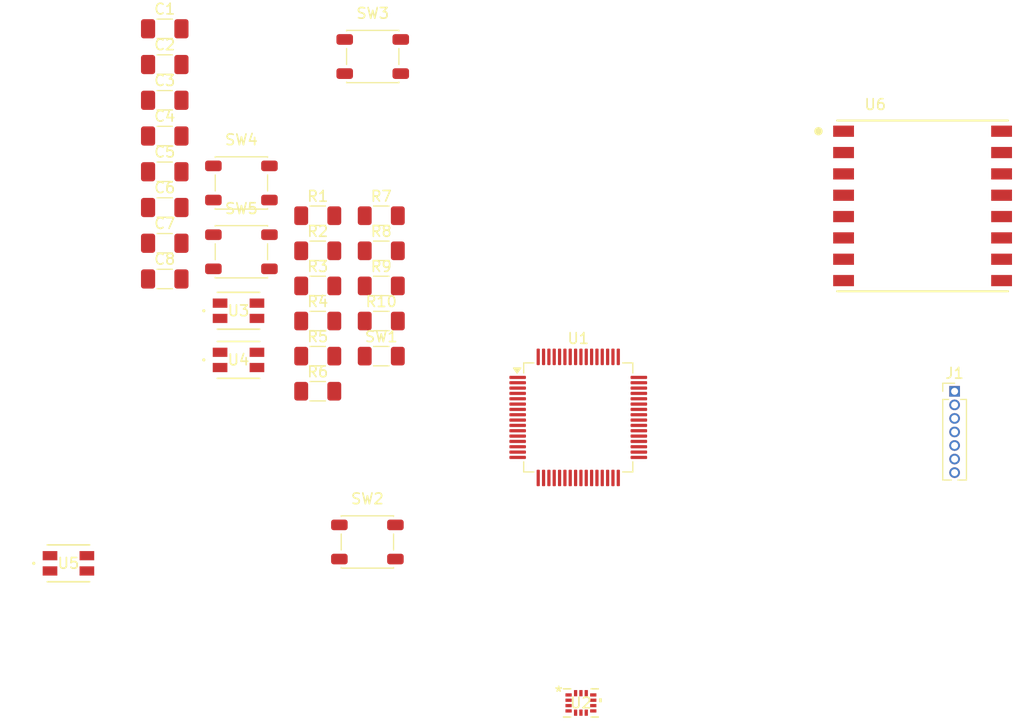
<source format=kicad_pcb>
(kicad_pcb (version 20240108) (generator "pcbnew") (generator_version "8.0")
  (layers (0 "F.Cu" signal) (31 "B.Cu" signal) (34 "B.Paste" user) (35 "F.Paste" user) (36 "B.SilkS" user "B.Silkscreen") (37 "F.SilkS" user "F.Silkscreen") (38 "B.Mask" user) (39 "F.Mask" user) (44 "Edge.Cuts" user))
  (net 0 "")
  (net 1 "GND")
  (net 2 "/MICRO_WAKEUP")
  (net 3 "/NRST")
  (net 4 "/3V3")
  (net 5 "/BUTTON1")
  (net 6 "/BUTTON2")
  (net 7 "/BUTTON3")
  (net 8 "/SWO")
  (net 9 "/SWCLK")
  (net 10 "/BOOTO")
  (net 11 "/SWDIO")
  (net 12 "Net-(R2-Pad2)")
  (net 13 "/LED2_BLUE")
  (net 14 "/LED2_RED")
  (net 15 "Net-(R3-Pad1)")
  (net 16 "Net-(R4-Pad1)")
  (net 17 "/LED2_GREEN")
  (net 18 "/LED1_RED")
  (net 19 "Net-(R5-Pad1)")
  (net 20 "/LED1_GREEN")
  (net 21 "Net-(R6-Pad1)")
  (net 22 "/LED1_BLUE")
  (net 23 "Net-(R7-Pad2)")
  (net 24 "Net-(R8-Pad2)")
  (net 25 "/LED3_BLUE")
  (net 26 "Net-(R9-Pad1)")
  (net 27 "/LED3_RED")
  (net 28 "/LED3_GREEN")
  (net 29 "Net-(R10-Pad1)")
  (net 35 "Net-(U1-VSS-Pad18)")
  (net 36 "/LORA_RST")
  (net 37 "/LORA_MOSI")
  (net 39 "/LORA_MISO")
  (net 40 "/LORA_CSB")
  (net 52 "/IMU_SCK")
  (net 60 "/IMU_CSB")
  (net 61 "/IMU_MOSI")
  (net 64 "/LORA_SCK")
  (net 70 "/IMU_MISO")
  (net 73 "/IMU_INT2")
  (net 76 "/IMU_INT1")
  (net 80 "/LORA_ANTENNA")
  (footprint "Button_Switch_SMD:SW_SPST_PTS647_Sx38" (layer "F.Cu") (at 100.2 85.35)
    (property "Reference" "SW4" (at 0 -4.05 0) (layer "F.SilkS"))
    (property "Value" "BUTTON2")
    (fp_line (start -2.45 -2.45) (end -2.45 -2.4) (stroke (width 0.12)) (layer "F.SilkS"))
    (fp_line (start -2.45 -2.45) (end 2.45 -2.45) (stroke (width 0.12)) (layer "F.SilkS"))
    (fp_line (start -2.45 -0.75) (end -2.45 0.75) (stroke (width 0.12)) (layer "F.SilkS"))
    (fp_line (start -2.45 2.45) (end -2.45 2.4) (stroke (width 0.12)) (layer "F.SilkS"))
    (fp_line (start -2.45 2.45) (end 2.45 2.45) (stroke (width 0.12)) (layer "F.SilkS"))
    (fp_line (start 2.45 -2.45) (end 2.45 -2.4) (stroke (width 0.12)) (layer "F.SilkS"))
    (fp_line (start 2.45 -0.75) (end 2.45 0.75) (stroke (width 0.12)) (layer "F.SilkS"))
    (fp_line (start 2.45 2.45) (end 2.45 2.4) (stroke (width 0.12)) (layer "F.SilkS"))
    (pad "1" smd roundrect (at -2.625 -1.6) (size 1.55 1) (layers "F.Cu" "F.Paste" "F.Mask") (net 4 "/3V3"))
    (pad "1" smd roundrect (at 2.625 -1.6) (size 1.55 1) (layers "F.Cu" "F.Paste" "F.Mask") (net 4 "/3V3"))
    (pad "2" smd roundrect (at -2.625 1.6) (size 1.55 1) (layers "F.Cu" "F.Paste" "F.Mask") (net 6 "/BUTTON2"))
    (pad "2" smd roundrect (at 2.625 1.6) (size 1.55 1) (layers "F.Cu" "F.Paste" "F.Mask") (net 6 "/BUTTON2"))
  )
  (footprint "Capacitor_SMD:C_1206_3216Metric_Pad1.33x1.80mm_HandSolder" (layer "F.Cu") (at 93.02 94.35)
    (property "Reference" "C8" (at 0 -1.85 0) (layer "F.SilkS"))
    (property "Value" "0.1uF")
    (fp_line (start -0.711252 -0.91) (end 0.711252 -0.91) (stroke (width 0.12)) (layer "F.SilkS"))
    (fp_line (start -0.711252 0.91) (end 0.711252 0.91) (stroke (width 0.12)) (layer "F.SilkS"))
    (pad "1" smd roundrect (at -1.5625 0) (size 1.325 1.8) (layers "F.Cu" "F.Paste" "F.Mask") (roundrect_rratio 0.188679) (net 1 "GND"))
    (pad "2" smd roundrect (at 1.5625 0) (size 1.325 1.8) (layers "F.Cu" "F.Paste" "F.Mask") (roundrect_rratio 0.188679) (net 4 "/3V3"))
  )
  (footprint "Resistor_SMD:R_1206_3216Metric_Pad1.30x1.75mm_HandSolder" (layer "F.Cu") (at 107.35 88.42)
    (property "Reference" "R1" (at 0 -1.82 0) (layer "F.SilkS"))
    (property "Value" "10k")
    (fp_line (start -0.727064 -0.91) (end 0.727064 -0.91) (stroke (width 0.12)) (layer "F.SilkS"))
    (fp_line (start -0.727064 0.91) (end 0.727064 0.91) (stroke (width 0.12)) (layer "F.SilkS"))
    (pad "1" smd roundrect (at -1.55 0) (size 1.3 1.75) (layers "F.Cu" "F.Paste" "F.Mask") (roundrect_rratio 0.192308) (net 2 "/MICRO_WAKEUP"))
    (pad "2" smd roundrect (at 1.55 0) (size 1.3 1.75) (layers "F.Cu" "F.Paste" "F.Mask") (roundrect_rratio 0.192308) (net 1 "GND"))
  )
  (footprint "Connector_PinHeader_1.27mm:PinHeader_1x07_P1.27mm_Vertical" (layer "F.Cu") (at 167 104.88)
    (property "Reference" "J1" (at 0 -1.695 0) (layer "F.SilkS"))
    (property "Value" "Conn_01x07_Pin")
    (fp_line (start -1.11 -0.76) (end 0 -0.76) (stroke (width 0.12)) (layer "F.SilkS"))
    (fp_line (start -1.11 0) (end -1.11 -0.76) (stroke (width 0.12)) (layer "F.SilkS"))
    (fp_line (start -1.11 0.76) (end -1.11 8.315) (stroke (width 0.12)) (layer "F.SilkS"))
    (fp_line (start -1.11 0.76) (end -0.563471 0.76) (stroke (width 0.12)) (layer "F.SilkS"))
    (fp_line (start -1.11 8.315) (end -0.30753 8.315) (stroke (width 0.12)) (layer "F.SilkS"))
    (fp_line (start 0.30753 8.315) (end 1.11 8.315) (stroke (width 0.12)) (layer "F.SilkS"))
    (fp_line (start 0.563471 0.76) (end 1.11 0.76) (stroke (width 0.12)) (layer "F.SilkS"))
    (fp_line (start 1.11 0.76) (end 1.11 8.315) (stroke (width 0.12)) (layer "F.SilkS"))
    (pad "1" thru_hole rect (at 0 0) (size 1 1) (drill 0.65) (layers "*.Cu" "*.Mask") (net 4 "/3V3"))
    (pad "2" thru_hole oval (at 0 1.27) (size 1 1) (drill 0.65) (layers "*.Cu" "*.Mask") (net 11 "/SWDIO"))
    (pad "3" thru_hole oval (at 0 2.54) (size 1 1) (drill 0.65) (layers "*.Cu" "*.Mask") (net 9 "/SWCLK"))
    (pad "4" thru_hole oval (at 0 3.81) (size 1 1) (drill 0.65) (layers "*.Cu" "*.Mask") (net 8 "/SWO"))
    (pad "5" thru_hole oval (at 0 5.08) (size 1 1) (drill 0.65) (layers "*.Cu" "*.Mask") (net 3 "/NRST"))
    (pad "6" thru_hole oval (at 0 6.35) (size 1 1) (drill 0.65) (layers "*.Cu" "*.Mask") (net 10 "/BOOTO"))
    (pad "7" thru_hole oval (at 0 7.62) (size 1 1) (drill 0.65) (layers "*.Cu" "*.Mask") (net 1 "GND"))
  )
  (footprint "Capacitor_SMD:C_1206_3216Metric_Pad1.33x1.80mm_HandSolder" (layer "F.Cu") (at 93.02 77.6)
    (property "Reference" "C3" (at 0 -1.85 0) (layer "F.SilkS"))
    (property "Value" "0.1uF")
    (fp_line (start -0.711252 -0.91) (end 0.711252 -0.91) (stroke (width 0.12)) (layer "F.SilkS"))
    (fp_line (start -0.711252 0.91) (end 0.711252 0.91) (stroke (width 0.12)) (layer "F.SilkS"))
    (pad "1" smd roundrect (at -1.5625 0) (size 1.325 1.8) (layers "F.Cu" "F.Paste" "F.Mask") (roundrect_rratio 0.188679) (net 1 "GND"))
    (pad "2" smd roundrect (at 1.5625 0) (size 1.325 1.8) (layers "F.Cu" "F.Paste" "F.Mask") (roundrect_rratio 0.188679) (net 4 "/3V3"))
  )
  (footprint "Resistor_SMD:R_1206_3216Metric_Pad1.30x1.75mm_HandSolder" (layer "F.Cu") (at 107.35 91.71)
    (property "Reference" "R2" (at 0 -1.82 0) (layer "F.SilkS"))
    (property "Value" "60Ω")
    (fp_line (start -0.727064 -0.91) (end 0.727064 -0.91) (stroke (width 0.12)) (layer "F.SilkS"))
    (fp_line (start -0.727064 0.91) (end 0.727064 0.91) (stroke (width 0.12)) (layer "F.SilkS"))
    (pad "1" smd roundrect (at -1.55 0) (size 1.3 1.75) (layers "F.Cu" "F.Paste" "F.Mask") (roundrect_rratio 0.192308) (net 13 "/LED2_BLUE"))
    (pad "2" smd roundrect (at 1.55 0) (size 1.3 1.75) (layers "F.Cu" "F.Paste" "F.Mask") (roundrect_rratio 0.192308) (net 12 "Net-(R2-Pad2)"))
  )
  (footprint "Capacitor_SMD:C_1206_3216Metric_Pad1.33x1.80mm_HandSolder" (layer "F.Cu") (at 93.02 91)
    (property "Reference" "C7" (at 0 -1.85 0) (layer "F.SilkS"))
    (property "Value" "0.1uF")
    (fp_line (start -0.711252 -0.91) (end 0.711252 -0.91) (stroke (width 0.12)) (layer "F.SilkS"))
    (fp_line (start -0.711252 0.91) (end 0.711252 0.91) (stroke (width 0.12)) (layer "F.SilkS"))
    (pad "1" smd roundrect (at -1.5625 0) (size 1.325 1.8) (layers "F.Cu" "F.Paste" "F.Mask") (roundrect_rratio 0.188679) (net 1 "GND"))
    (pad "2" smd roundrect (at 1.5625 0) (size 1.325 1.8) (layers "F.Cu" "F.Paste" "F.Mask") (roundrect_rratio 0.188679) (net 4 "/3V3"))
  )
  (footprint "Resistor_SMD:R_1206_3216Metric_Pad1.30x1.75mm_HandSolder" (layer "F.Cu") (at 113.3 91.71)
    (property "Reference" "R8" (at 0 -1.82 0) (layer "F.SilkS"))
    (property "Value" "60Ω")
    (fp_line (start -0.727064 -0.91) (end 0.727064 -0.91) (stroke (width 0.12)) (layer "F.SilkS"))
    (fp_line (start -0.727064 0.91) (end 0.727064 0.91) (stroke (width 0.12)) (layer "F.SilkS"))
    (pad "1" smd roundrect (at -1.55 0) (size 1.3 1.75) (layers "F.Cu" "F.Paste" "F.Mask") (roundrect_rratio 0.192308) (net 25 "/LED3_BLUE"))
    (pad "2" smd roundrect (at 1.55 0) (size 1.3 1.75) (layers "F.Cu" "F.Paste" "F.Mask") (roundrect_rratio 0.192308) (net 24 "Net-(R8-Pad2)"))
  )
  (footprint "Resistor_SMD:R_1206_3216Metric_Pad1.30x1.75mm_HandSolder" (layer "F.Cu") (at 107.35 98.29)
    (property "Reference" "R4" (at 0 -1.82 0) (layer "F.SilkS"))
    (property "Value" "60Ω")
    (fp_line (start -0.727064 -0.91) (end 0.727064 -0.91) (stroke (width 0.12)) (layer "F.SilkS"))
    (fp_line (start -0.727064 0.91) (end 0.727064 0.91) (stroke (width 0.12)) (layer "F.SilkS"))
    (pad "1" smd roundrect (at -1.55 0) (size 1.3 1.75) (layers "F.Cu" "F.Paste" "F.Mask") (roundrect_rratio 0.192308) (net 16 "Net-(R4-Pad1)"))
    (pad "2" smd roundrect (at 1.55 0) (size 1.3 1.75) (layers "F.Cu" "F.Paste" "F.Mask") (roundrect_rratio 0.192308) (net 17 "/LED2_GREEN"))
  )
  (footprint "Resistor_SMD:R_1206_3216Metric_Pad1.30x1.75mm_HandSolder" (layer "F.Cu") (at 113.3 88.42)
    (property "Reference" "R7" (at 0 -1.82 0) (layer "F.SilkS"))
    (property "Value" "60Ω")
    (fp_line (start -0.727064 -0.91) (end 0.727064 -0.91) (stroke (width 0.12)) (layer "F.SilkS"))
    (fp_line (start -0.727064 0.91) (end 0.727064 0.91) (stroke (width 0.12)) (layer "F.SilkS"))
    (pad "1" smd roundrect (at -1.55 0) (size 1.3 1.75) (layers "F.Cu" "F.Paste" "F.Mask") (roundrect_rratio 0.192308) (net 22 "/LED1_BLUE"))
    (pad "2" smd roundrect (at 1.55 0) (size 1.3 1.75) (layers "F.Cu" "F.Paste" "F.Mask") (roundrect_rratio 0.192308) (net 23 "Net-(R7-Pad2)"))
  )
  (footprint "Resistor_SMD:R_1206_3216Metric_Pad1.30x1.75mm_HandSolder" (layer "F.Cu") (at 113.3 98.29)
    (property "Reference" "R10" (at 0 -1.82 0) (layer "F.SilkS"))
    (property "Value" "60Ω")
    (fp_line (start -0.727064 -0.91) (end 0.727064 -0.91) (stroke (width 0.12)) (layer "F.SilkS"))
    (fp_line (start -0.727064 0.91) (end 0.727064 0.91) (stroke (width 0.12)) (layer "F.SilkS"))
    (pad "1" smd roundrect (at -1.55 0) (size 1.3 1.75) (layers "F.Cu" "F.Paste" "F.Mask") (roundrect_rratio 0.192308) (net 29 "Net-(R10-Pad1)"))
    (pad "2" smd roundrect (at 1.55 0) (size 1.3 1.75) (layers "F.Cu" "F.Paste" "F.Mask") (roundrect_rratio 0.192308) (net 28 "/LED3_GREEN"))
  )
  (footprint "Resistor_SMD:R_1206_3216Metric_Pad1.30x1.75mm_HandSolder" (layer "F.Cu") (at 107.35 104.87)
    (property "Reference" "R6" (at 0 -1.82 0) (layer "F.SilkS"))
    (property "Value" "60Ω")
    (fp_line (start -0.727064 -0.91) (end 0.727064 -0.91) (stroke (width 0.12)) (layer "F.SilkS"))
    (fp_line (start -0.727064 0.91) (end 0.727064 0.91) (stroke (width 0.12)) (layer "F.SilkS"))
    (pad "1" smd roundrect (at -1.55 0) (size 1.3 1.75) (layers "F.Cu" "F.Paste" "F.Mask") (roundrect_rratio 0.192308) (net 21 "Net-(R6-Pad1)"))
    (pad "2" smd roundrect (at 1.55 0) (size 1.3 1.75) (layers "F.Cu" "F.Paste" "F.Mask") (roundrect_rratio 0.192308) (net 20 "/LED1_GREEN"))
  )
  (footprint "footprints:150141M173100_WRE-M" (layer "F.Cu") (at 99.9286 101.9352)
    (property "Reference" "U4" (at 0 0 0) (layer "F.SilkS"))
    (property "Value" "150141M173100")
    (fp_line (start -1.9812 1.7272) (end 1.9812 1.7272) (stroke (width 0.1524)) (layer "F.SilkS"))
    (fp_line (start 1.9812 -1.7272) (end -1.9812 -1.7272) (stroke (width 0.1524)) (layer "F.SilkS"))
    (fp_circle (center -3.2512 0) (end -3.175 0) (stroke (width 0.1524)) (fill none) (layer "F.SilkS"))
    (pad "1" smd rect (at -1.7272 -0.715) (size 1.3716 0.8636) (layers "F.Cu" "F.Paste" "F.Mask") (net 4 "/3V3"))
    (pad "2" smd rect (at -1.7272 0.715) (size 1.3716 0.8636) (layers "F.Cu" "F.Paste" "F.Mask") (net 12 "Net-(R2-Pad2)"))
    (pad "3" smd rect (at 1.7272 0.715) (size 1.3716 0.8636) (layers "F.Cu" "F.Paste" "F.Mask") (net 15 "Net-(R3-Pad1)"))
    (pad "4" smd rect (at 1.7272 -0.715) (size 1.3716 0.8636) (layers "F.Cu" "F.Paste" "F.Mask") (net 16 "Net-(R4-Pad1)"))
  )
  (footprint "footprints:XCVR_RFM95W-868S2" (layer "F.Cu") (at 164 87.5)
    (property "Reference" "U6" (at -4.433495 -9.503175 0) (layer "F.SilkS") (effects (font (size 1.001913 1.001913))))
    (property "Value" "RFM95W-868S2")
    (fp_line (start -8 -8) (end 8 -8) (stroke (width 0.2)) (layer "F.SilkS"))
    (fp_line (start 8 8) (end -8 8) (stroke (width 0.2)) (layer "F.SilkS"))
    (fp_circle (center -9.75 -7) (end -9.458453 -7) (stroke (width 0.2)) (fill none) (layer "F.SilkS"))
    (fp_poly (pts (xy -10.0115 -7.2) (xy -9.5 -7.2) (xy -9.5 -6.8078) (xy -10.0115 -6.8078)) (stroke (width 0.01)) (fill solid) (layer "F.SilkS"))
    (pad "1" smd rect (at -7.4 -7) (size 1.95 1.05) (layers "F.Cu" "F.Paste" "F.Mask") (net 1 "GND"))
    (pad "2" smd rect (at -7.4 -5) (size 1.95 1.05) (layers "F.Cu" "F.Paste" "F.Mask") (net 39 "/LORA_MISO"))
    (pad "3" smd rect (at -7.4 -3) (size 1.95 1.05) (layers "F.Cu" "F.Paste" "F.Mask") (net 37 "/LORA_MOSI"))
    (pad "4" smd rect (at -7.4 -1) (size 1.95 1.05) (layers "F.Cu" "F.Paste" "F.Mask") (net 64 "/LORA_SCK"))
    (pad "5" smd rect (at -7.4 1) (size 1.95 1.05) (layers "F.Cu" "F.Paste" "F.Mask") (net 40 "/LORA_CSB"))
    (pad "6" smd rect (at -7.4 3) (size 1.95 1.05) (layers "F.Cu" "F.Paste" "F.Mask") (net 36 "/LORA_RST"))
    (pad "7" smd rect (at -7.4 5) (size 1.95 1.05) (layers "F.Cu" "F.Paste" "F.Mask"))
    (pad "8" smd rect (at -7.4 7) (size 1.95 1.05) (layers "F.Cu" "F.Paste" "F.Mask") (net 1 "GND"))
    (pad "9" smd rect (at 7.4 7 180) (size 1.95 1.05) (layers "F.Cu" "F.Paste" "F.Mask") (net 80 "/LORA_ANTENNA"))
    (pad "10" smd rect (at 7.4 5 180) (size 1.95 1.05) (layers "F.Cu" "F.Paste" "F.Mask") (net 1 "GND"))
    (pad "11" smd rect (at 7.4 3 180) (size 1.95 1.05) (layers "F.Cu" "F.Paste" "F.Mask"))
    (pad "12" smd rect (at 7.4 1 180) (size 1.95 1.05) (layers "F.Cu" "F.Paste" "F.Mask"))
    (pad "13" smd rect (at 7.4 -1 180) (size 1.95 1.05) (layers "F.Cu" "F.Paste" "F.Mask") (net 4 "/3V3"))
    (pad "14" smd rect (at 7.4 -3 180) (size 1.95 1.05) (layers "F.Cu" "F.Paste" "F.Mask"))
    (pad "15" smd rect (at 7.4 -5 180) (size 1.95 1.05) (layers "F.Cu" "F.Paste" "F.Mask"))
    (pad "16" smd rect (at 7.4 -7 180) (size 1.95 1.05) (layers "F.Cu" "F.Paste" "F.Mask"))
  )
  (footprint "footprints:BMI323_BOS-M" (layer "F.Cu") (at 132 134.0856)
    (property "Reference" "U2" (at 0 0 0) (layer "F.SilkS"))
    (property "Value" "BMI323")
    (fp_line (start -1.6256 1.3208) (end -0.964891 1.3208) (stroke (width 0.1524)) (layer "F.SilkS"))
    (fp_line (start -0.964891 -1.3208) (end -1.6256 -1.3208) (stroke (width 0.1524)) (layer "F.SilkS"))
    (fp_line (start 0.964891 1.3208) (end 1.6256 1.3208) (stroke (width 0.1524)) (layer "F.SilkS"))
    (fp_line (start 1.6256 -1.3208) (end 0.964891 -1.3208) (stroke (width 0.1524)) (layer "F.SilkS"))
    (fp_poly (pts (xy 1.9558 -0.4405) (xy 1.9558 -0.059499) (xy 1.7018 -0.059499) (xy 1.7018 -0.4405)) (fill solid) (layer "F.SilkS"))
    (fp_text user "*" (at -2.0828 -1 0) (layer "F.SilkS"))
    (fp_text user "*" (at -2.0828 -1 0) (layer "F.SilkS"))
    (pad "1" smd rect (at -1.1557 -0.750001 90) (size 0.3048 0.5842) (layers "F.Cu" "F.Paste" "F.Mask") (net 70 "/IMU_MISO"))
    (pad "2" smd rect (at -1.1557 -0.25 90) (size 0.3048 0.5842) (layers "F.Cu" "F.Paste" "F.Mask"))
    (pad "3" smd rect (at -1.1557 0.25 90) (size 0.3048 0.5842) (layers "F.Cu" "F.Paste" "F.Mask"))
    (pad "4" smd rect (at -1.1557 0.750001 90) (size 0.3048 0.5842) (layers "F.Cu" "F.Paste" "F.Mask") (net 76 "/IMU_INT1"))
    (pad "5" smd rect (at -0.499999 0.9144) (size 0.3048 0.5842) (layers "F.Cu" "F.Paste" "F.Mask") (net 4 "/3V3"))
    (pad "6" smd rect (at 0 0.9144) (size 0.3048 0.5842) (layers "F.Cu" "F.Paste" "F.Mask") (net 1 "GND"))
    (pad "7" smd rect (at 0.499999 0.9144) (size 0.3048 0.5842) (layers "F.Cu" "F.Paste" "F.Mask") (net 1 "GND"))
    (pad "8" smd rect (at 1.1557 0.750001 90) (size 0.3048 0.5842) (layers "F.Cu" "F.Paste" "F.Mask") (net 4 "/3V3"))
    (pad "9" smd rect (at 1.1557 0.25 90) (size 0.3048 0.5842) (layers "F.Cu" "F.Paste" "F.Mask") (net 73 "/IMU_INT2"))
    (pad "10" smd rect (at 1.1557 -0.25 90) (size 0.3048 0.5842) (layers "F.Cu" "F.Paste" "F.Mask"))
    (pad "11" smd rect (at 1.1557 -0.750001 90) (size 0.3048 0.5842) (layers "F.Cu" "F.Paste" "F.Mask"))
    (pad "12" smd rect (at 0.499999 -0.9144) (size 0.3048 0.5842) (layers "F.Cu" "F.Paste" "F.Mask") (net 60 "/IMU_CSB"))
    (pad "13" smd rect (at 0 -0.9144) (size 0.3048 0.5842) (layers "F.Cu" "F.Paste" "F.Mask") (net 52 "/IMU_SCK"))
    (pad "14" smd rect (at -0.499999 -0.9144) (size 0.3048 0.5842) (layers "F.Cu" "F.Paste" "F.Mask") (net 61 "/IMU_MOSI"))
  )
  (footprint "Capacitor_SMD:C_1206_3216Metric_Pad1.33x1.80mm_HandSolder" (layer "F.Cu") (at 93.02 87.65)
    (property "Reference" "C6" (at 0 -1.85 0) (layer "F.SilkS"))
    (property "Value" "0.1uF")
    (fp_line (start -0.711252 -0.91) (end 0.711252 -0.91) (stroke (width 0.12)) (layer "F.SilkS"))
    (fp_line (start -0.711252 0.91) (end 0.711252 0.91) (stroke (width 0.12)) (layer "F.SilkS"))
    (pad "1" smd roundrect (at -1.5625 0) (size 1.325 1.8) (layers "F.Cu" "F.Paste" "F.Mask") (roundrect_rratio 0.188679) (net 1 "GND"))
    (pad "2" smd roundrect (at 1.5625 0) (size 1.325 1.8) (layers "F.Cu" "F.Paste" "F.Mask") (roundrect_rratio 0.188679) (net 7 "/BUTTON3"))
  )
  (footprint "Button_Switch_SMD:SW_SPST_PTS647_Sx38" (layer "F.Cu") (at 112.5 73.5)
    (property "Reference" "SW3" (at 0 -4.05 0) (layer "F.SilkS"))
    (property "Value" "BUTTON1")
    (fp_line (start -2.45 -2.45) (end -2.45 -2.4) (stroke (width 0.12)) (layer "F.SilkS"))
    (fp_line (start -2.45 -2.45) (end 2.45 -2.45) (stroke (width 0.12)) (layer "F.SilkS"))
    (fp_line (start -2.45 -0.75) (end -2.45 0.75) (stroke (width 0.12)) (layer "F.SilkS"))
    (fp_line (start -2.45 2.45) (end -2.45 2.4) (stroke (width 0.12)) (layer "F.SilkS"))
    (fp_line (start -2.45 2.45) (end 2.45 2.45) (stroke (width 0.12)) (layer "F.SilkS"))
    (fp_line (start 2.45 -2.45) (end 2.45 -2.4) (stroke (width 0.12)) (layer "F.SilkS"))
    (fp_line (start 2.45 -0.75) (end 2.45 0.75) (stroke (width 0.12)) (layer "F.SilkS"))
    (fp_line (start 2.45 2.45) (end 2.45 2.4) (stroke (width 0.12)) (layer "F.SilkS"))
    (pad "1" smd roundrect (at -2.625 -1.6) (size 1.55 1) (layers "F.Cu" "F.Paste" "F.Mask") (net 4 "/3V3"))
    (pad "1" smd roundrect (at 2.625 -1.6) (size 1.55 1) (layers "F.Cu" "F.Paste" "F.Mask") (net 4 "/3V3"))
    (pad "2" smd roundrect (at -2.625 1.6) (size 1.55 1) (layers "F.Cu" "F.Paste" "F.Mask") (net 5 "/BUTTON1"))
    (pad "2" smd roundrect (at 2.625 1.6) (size 1.55 1) (layers "F.Cu" "F.Paste" "F.Mask") (net 5 "/BUTTON1"))
  )
  (footprint "Resistor_SMD:R_1206_3216Metric_Pad1.30x1.75mm_HandSolder" (layer "F.Cu") (at 113.3 95)
    (property "Reference" "R9" (at 0 -1.82 0) (layer "F.SilkS"))
    (property "Value" "60Ω")
    (fp_line (start -0.727064 -0.91) (end 0.727064 -0.91) (stroke (width 0.12)) (layer "F.SilkS"))
    (fp_line (start -0.727064 0.91) (end 0.727064 0.91) (stroke (width 0.12)) (layer "F.SilkS"))
    (pad "1" smd roundrect (at -1.55 0) (size 1.3 1.75) (layers "F.Cu" "F.Paste" "F.Mask") (roundrect_rratio 0.192308) (net 26 "Net-(R9-Pad1)"))
    (pad "2" smd roundrect (at 1.55 0) (size 1.3 1.75) (layers "F.Cu" "F.Paste" "F.Mask") (roundrect_rratio 0.192308) (net 27 "/LED3_RED"))
  )
  (footprint "Capacitor_SMD:C_1206_3216Metric_Pad1.33x1.80mm_HandSolder" (layer "F.Cu") (at 93.02 80.95)
    (property "Reference" "C4" (at 0 -1.85 0) (layer "F.SilkS"))
    (property "Value" "0.1uF")
    (fp_line (start -0.711252 -0.91) (end 0.711252 -0.91) (stroke (width 0.12)) (layer "F.SilkS"))
    (fp_line (start -0.711252 0.91) (end 0.711252 0.91) (stroke (width 0.12)) (layer "F.SilkS"))
    (pad "1" smd roundrect (at -1.5625 0) (size 1.325 1.8) (layers "F.Cu" "F.Paste" "F.Mask") (roundrect_rratio 0.188679) (net 1 "GND"))
    (pad "2" smd roundrect (at 1.5625 0) (size 1.325 1.8) (layers "F.Cu" "F.Paste" "F.Mask") (roundrect_rratio 0.188679) (net 5 "/BUTTON1"))
  )
  (footprint "Resistor_SMD:R_1206_3216Metric_Pad1.30x1.75mm_HandSolder" (layer "F.Cu") (at 107.35 95)
    (property "Reference" "R3" (at 0 -1.82 0) (layer "F.SilkS"))
    (property "Value" "60Ω")
    (fp_line (start -0.727064 -0.91) (end 0.727064 -0.91) (stroke (width 0.12)) (layer "F.SilkS"))
    (fp_line (start -0.727064 0.91) (end 0.727064 0.91) (stroke (width 0.12)) (layer "F.SilkS"))
    (pad "1" smd roundrect (at -1.55 0) (size 1.3 1.75) (layers "F.Cu" "F.Paste" "F.Mask") (roundrect_rratio 0.192308) (net 15 "Net-(R3-Pad1)"))
    (pad "2" smd roundrect (at 1.55 0) (size 1.3 1.75) (layers "F.Cu" "F.Paste" "F.Mask") (roundrect_rratio 0.192308) (net 14 "/LED2_RED"))
  )
  (footprint "Resistor_SMD:R_1206_3216Metric_Pad1.30x1.75mm_HandSolder" (layer "F.Cu") (at 107.35 101.58)
    (property "Reference" "R5" (at 0 -1.82 0) (layer "F.SilkS"))
    (property "Value" "60Ω")
    (fp_line (start -0.727064 -0.91) (end 0.727064 -0.91) (stroke (width 0.12)) (layer "F.SilkS"))
    (fp_line (start -0.727064 0.91) (end 0.727064 0.91) (stroke (width 0.12)) (layer "F.SilkS"))
    (pad "1" smd roundrect (at -1.55 0) (size 1.3 1.75) (layers "F.Cu" "F.Paste" "F.Mask") (roundrect_rratio 0.192308) (net 19 "Net-(R5-Pad1)"))
    (pad "2" smd roundrect (at 1.55 0) (size 1.3 1.75) (layers "F.Cu" "F.Paste" "F.Mask") (roundrect_rratio 0.192308) (net 18 "/LED1_RED"))
  )
  (footprint "Capacitor_SMD:C_1206_3216Metric_Pad1.33x1.80mm_HandSolder" (layer "F.Cu") (at 93.02 70.9)
    (property "Reference" "C1" (at 0 -1.85 0) (layer "F.SilkS"))
    (property "Value" "0.1uF")
    (fp_line (start -0.711252 -0.91) (end 0.711252 -0.91) (stroke (width 0.12)) (layer "F.SilkS"))
    (fp_line (start -0.711252 0.91) (end 0.711252 0.91) (stroke (width 0.12)) (layer "F.SilkS"))
    (pad "1" smd roundrect (at -1.5625 0) (size 1.325 1.8) (layers "F.Cu" "F.Paste" "F.Mask") (roundrect_rratio 0.188679) (net 1 "GND"))
    (pad "2" smd roundrect (at 1.5625 0) (size 1.325 1.8) (layers "F.Cu" "F.Paste" "F.Mask") (roundrect_rratio 0.188679) (net 2 "/MICRO_WAKEUP"))
  )
  (footprint "Button_Switch_SMD:SW_SPST_PTS647_Sx38" (layer "F.Cu") (at 100.2 91.8)
    (property "Reference" "SW5" (at 0 -4.05 0) (layer "F.SilkS"))
    (property "Value" "BUTTON3")
    (fp_line (start -2.45 -2.45) (end -2.45 -2.4) (stroke (width 0.12)) (layer "F.SilkS"))
    (fp_line (start -2.45 -2.45) (end 2.45 -2.45) (stroke (width 0.12)) (layer "F.SilkS"))
    (fp_line (start -2.45 -0.75) (end -2.45 0.75) (stroke (width 0.12)) (layer "F.SilkS"))
    (fp_line (start -2.45 2.45) (end -2.45 2.4) (stroke (width 0.12)) (layer "F.SilkS"))
    (fp_line (start -2.45 2.45) (end 2.45 2.45) (stroke (width 0.12)) (layer "F.SilkS"))
    (fp_line (start 2.45 -2.45) (end 2.45 -2.4) (stroke (width 0.12)) (layer "F.SilkS"))
    (fp_line (start 2.45 -0.75) (end 2.45 0.75) (stroke (width 0.12)) (layer "F.SilkS"))
    (fp_line (start 2.45 2.45) (end 2.45 2.4) (stroke (width 0.12)) (layer "F.SilkS"))
    (pad "1" smd roundrect (at -2.625 -1.6) (size 1.55 1) (layers "F.Cu" "F.Paste" "F.Mask") (net 4 "/3V3"))
    (pad "1" smd roundrect (at 2.625 -1.6) (size 1.55 1) (layers "F.Cu" "F.Paste" "F.Mask") (net 4 "/3V3"))
    (pad "2" smd roundrect (at -2.625 1.6) (size 1.55 1) (layers "F.Cu" "F.Paste" "F.Mask") (net 7 "/BUTTON3"))
    (pad "2" smd roundrect (at 2.625 1.6) (size 1.55 1) (layers "F.Cu" "F.Paste" "F.Mask") (net 7 "/BUTTON3"))
  )
  (footprint "footprints:150141M173100_WRE-M" (layer "F.Cu") (at 99.9286 97.3284)
    (property "Reference" "U3" (at 0 0 0) (layer "F.SilkS"))
    (property "Value" "150141M173100")
    (fp_line (start -1.9812 1.7272) (end 1.9812 1.7272) (stroke (width 0.1524)) (layer "F.SilkS"))
    (fp_line (start 1.9812 -1.7272) (end -1.9812 -1.7272) (stroke (width 0.1524)) (layer "F.SilkS"))
    (fp_circle (center -3.2512 0) (end -3.175 0) (stroke (width 0.1524)) (fill none) (layer "F.SilkS"))
    (pad "1" smd rect (at -1.7272 -0.715) (size 1.3716 0.8636) (layers "F.Cu" "F.Paste" "F.Mask") (net 4 "/3V3"))
    (pad "2" smd rect (at -1.7272 0.715) (size 1.3716 0.8636) (layers "F.Cu" "F.Paste" "F.Mask") (net 23 "Net-(R7-Pad2)"))
    (pad "3" smd rect (at 1.7272 0.715) (size 1.3716 0.8636) (layers "F.Cu" "F.Paste" "F.Mask") (net 19 "Net-(R5-Pad1)"))
    (pad "4" smd rect (at 1.7272 -0.715) (size 1.3716 0.8636) (layers "F.Cu" "F.Paste" "F.Mask") (net 21 "Net-(R6-Pad1)"))
  )
  (footprint "Resistor_SMD:R_1206_3216Metric_Pad1.30x1.75mm_HandSolder" (layer "F.Cu") (at 113.3 101.58)
    (property "Reference" "SW1" (at 0 -1.82 0) (layer "F.SilkS"))
    (property "Value" "MICRO_RESET")
    (fp_line (start -0.727064 -0.91) (end 0.727064 -0.91) (stroke (width 0.12)) (layer "F.SilkS"))
    (fp_line (start -0.727064 0.91) (end 0.727064 0.91) (stroke (width 0.12)) (layer "F.SilkS"))
    (pad "1" smd roundrect (at -1.55 0) (size 1.3 1.75) (layers "F.Cu" "F.Paste" "F.Mask") (roundrect_rratio 0.192308) (net 1 "GND"))
    (pad "2" smd roundrect (at 1.55 0) (size 1.3 1.75) (layers "F.Cu" "F.Paste" "F.Mask") (roundrect_rratio 0.192308) (net 3 "/NRST"))
  )
  (footprint "Button_Switch_SMD:SW_SPST_PTS647_Sx38" (layer "F.Cu") (at 112 119)
    (property "Reference" "SW2" (at 0 -4.05 0) (layer "F.SilkS"))
    (property "Value" "MICRO_ON")
    (fp_line (start -2.45 -2.45) (end -2.45 -2.4) (stroke (width 0.12)) (layer "F.SilkS"))
    (fp_line (start -2.45 -2.45) (end 2.45 -2.45) (stroke (width 0.12)) (layer "F.SilkS"))
    (fp_line (start -2.45 -0.75) (end -2.45 0.75) (stroke (width 0.12)) (layer "F.SilkS"))
    (fp_line (start -2.45 2.45) (end -2.45 2.4) (stroke (width 0.12)) (layer "F.SilkS"))
    (fp_line (start -2.45 2.45) (end 2.45 2.45) (stroke (width 0.12)) (layer "F.SilkS"))
    (fp_line (start 2.45 -2.45) (end 2.45 -2.4) (stroke (width 0.12)) (layer "F.SilkS"))
    (fp_line (start 2.45 -0.75) (end 2.45 0.75) (stroke (width 0.12)) (layer "F.SilkS"))
    (fp_line (start 2.45 2.45) (end 2.45 2.4) (stroke (width 0.12)) (layer "F.SilkS"))
    (pad "1" smd roundrect (at -2.625 -1.6) (size 1.55 1) (layers "F.Cu" "F.Paste" "F.Mask") (net 4 "/3V3"))
    (pad "1" smd roundrect (at 2.625 -1.6) (size 1.55 1) (layers "F.Cu" "F.Paste" "F.Mask") (net 4 "/3V3"))
    (pad "2" smd roundrect (at -2.625 1.6) (size 1.55 1) (layers "F.Cu" "F.Paste" "F.Mask") (net 2 "/MICRO_WAKEUP"))
    (pad "2" smd roundrect (at 2.625 1.6) (size 1.55 1) (layers "F.Cu" "F.Paste" "F.Mask") (net 2 "/MICRO_WAKEUP"))
  )
  (footprint "footprints:150141M173100_WRE-M" (layer "F.Cu") (at 84 121)
    (property "Reference" "U5" (at 0 0 0) (layer "F.SilkS"))
    (property "Value" "150141M173100")
    (fp_line (start -1.9812 1.7272) (end 1.9812 1.7272) (stroke (width 0.1524)) (layer "F.SilkS"))
    (fp_line (start 1.9812 -1.7272) (end -1.9812 -1.7272) (stroke (width 0.1524)) (layer "F.SilkS"))
    (fp_circle (center -3.2512 0) (end -3.175 0) (stroke (width 0.1524)) (fill none) (layer "F.SilkS"))
    (pad "1" smd rect (at -1.7272 -0.715) (size 1.3716 0.8636) (layers "F.Cu" "F.Paste" "F.Mask") (net 4 "/3V3"))
    (pad "2" smd rect (at -1.7272 0.715) (size 1.3716 0.8636) (layers "F.Cu" "F.Paste" "F.Mask") (net 24 "Net-(R8-Pad2)"))
    (pad "3" smd rect (at 1.7272 0.715) (size 1.3716 0.8636) (layers "F.Cu" "F.Paste" "F.Mask") (net 26 "Net-(R9-Pad1)"))
    (pad "4" smd rect (at 1.7272 -0.715) (size 1.3716 0.8636) (layers "F.Cu" "F.Paste" "F.Mask") (net 29 "Net-(R10-Pad1)"))
  )
  (footprint "Capacitor_SMD:C_1206_3216Metric_Pad1.33x1.80mm_HandSolder" (layer "F.Cu") (at 93.02 74.25)
    (property "Reference" "C2" (at 0 -1.85 0) (layer "F.SilkS"))
    (property "Value" "0.1uF")
    (fp_line (start -0.711252 -0.91) (end 0.711252 -0.91) (stroke (width 0.12)) (layer "F.SilkS"))
    (fp_line (start -0.711252 0.91) (end 0.711252 0.91) (stroke (width 0.12)) (layer "F.SilkS"))
    (pad "1" smd roundrect (at -1.5625 0) (size 1.325 1.8) (layers "F.Cu" "F.Paste" "F.Mask") (roundrect_rratio 0.188679) (net 1 "GND"))
    (pad "2" smd roundrect (at 1.5625 0) (size 1.325 1.8) (layers "F.Cu" "F.Paste" "F.Mask") (roundrect_rratio 0.188679) (net 3 "/NRST"))
  )
  (footprint "Package_QFP:LQFP-64_10x10mm_P0.5mm" (layer "F.Cu") (at 131.75 107.325)
    (property "Reference" "U1" (at 0 -7.4 0) (layer "F.SilkS"))
    (property "Value" "STM32F401RETx")
    (fp_line (start -5.11 -5.11) (end -5.11 -4.16) (stroke (width 0.12)) (layer "F.SilkS"))
    (fp_line (start -5.11 5.11) (end -5.11 4.16) (stroke (width 0.12)) (layer "F.SilkS"))
    (fp_line (start -4.16 -5.11) (end -5.11 -5.11) (stroke (width 0.12)) (layer "F.SilkS"))
    (fp_line (start -4.16 5.11) (end -5.11 5.11) (stroke (width 0.12)) (layer "F.SilkS"))
    (fp_line (start 4.16 -5.11) (end 5.11 -5.11) (stroke (width 0.12)) (layer "F.SilkS"))
    (fp_line (start 4.16 5.11) (end 5.11 5.11) (stroke (width 0.12)) (layer "F.SilkS"))
    (fp_line (start 5.11 -5.11) (end 5.11 -4.16) (stroke (width 0.12)) (layer "F.SilkS"))
    (fp_line (start 5.11 5.11) (end 5.11 4.16) (stroke (width 0.12)) (layer "F.SilkS"))
    (fp_poly (pts (xy -5.725 -4.16) (xy -6.065 -4.63) (xy -5.385 -4.63) (xy -5.725 -4.16)) (stroke (width 0.12)) (fill solid) (layer "F.SilkS"))
    (pad "1" smd roundrect (at -5.675 -3.75) (size 1.55 0.3) (layers "F.Cu" "F.Paste" "F.Mask"))
    (pad "2" smd roundrect (at -5.675 -3.25) (size 1.55 0.3) (layers "F.Cu" "F.Paste" "F.Mask"))
    (pad "3" smd roundrect (at -5.675 -2.75) (size 1.55 0.3) (layers "F.Cu" "F.Paste" "F.Mask"))
    (pad "4" smd roundrect (at -5.675 -2.25) (size 1.55 0.3) (layers "F.Cu" "F.Paste" "F.Mask"))
    (pad "5" smd roundrect (at -5.675 -1.75) (size 1.55 0.3) (layers "F.Cu" "F.Paste" "F.Mask"))
    (pad "6" smd roundrect (at -5.675 -1.25) (size 1.55 0.3) (layers "F.Cu" "F.Paste" "F.Mask"))
    (pad "7" smd roundrect (at -5.675 -0.75) (size 1.55 0.3) (layers "F.Cu" "F.Paste" "F.Mask") (net 3 "/NRST"))
    (pad "8" smd roundrect (at -5.675 -0.25) (size 1.55 0.3) (layers "F.Cu" "F.Paste" "F.Mask"))
    (pad "9" smd roundrect (at -5.675 0.25) (size 1.55 0.3) (layers "F.Cu" "F.Paste" "F.Mask"))
    (pad "10" smd roundrect (at -5.675 0.75) (size 1.55 0.3) (layers "F.Cu" "F.Paste" "F.Mask") (net 39 "/LORA_MISO"))
    (pad "11" smd roundrect (at -5.675 1.25) (size 1.55 0.3) (layers "F.Cu" "F.Paste" "F.Mask") (net 37 "/LORA_MOSI"))
    (pad "12" smd roundrect (at -5.675 1.75) (size 1.55 0.3) (layers "F.Cu" "F.Paste" "F.Mask"))
    (pad "13" smd roundrect (at -5.675 2.25) (size 1.55 0.3) (layers "F.Cu" "F.Paste" "F.Mask"))
    (pad "14" smd roundrect (at -5.675 2.75) (size 1.55 0.3) (layers "F.Cu" "F.Paste" "F.Mask") (net 2 "/MICRO_WAKEUP"))
    (pad "15" smd roundrect (at -5.675 3.25) (size 1.55 0.3) (layers "F.Cu" "F.Paste" "F.Mask") (net 13 "/LED2_BLUE"))
    (pad "16" smd roundrect (at -5.675 3.75) (size 1.55 0.3) (layers "F.Cu" "F.Paste" "F.Mask") (net 17 "/LED2_GREEN"))
    (pad "17" smd roundrect (at -3.75 5.675) (size 0.3 1.55) (layers "F.Cu" "F.Paste" "F.Mask"))
    (pad "18" smd roundrect (at -3.25 5.675) (size 0.3 1.55) (layers "F.Cu" "F.Paste" "F.Mask") (net 35 "Net-(U1-VSS-Pad18)"))
    (pad "19" smd roundrect (at -2.75 5.675) (size 0.3 1.55) (layers "F.Cu" "F.Paste" "F.Mask"))
    (pad "20" smd roundrect (at -2.25 5.675) (size 0.3 1.55) (layers "F.Cu" "F.Paste" "F.Mask"))
    (pad "21" smd roundrect (at -1.75 5.675) (size 0.3 1.55) (layers "F.Cu" "F.Paste" "F.Mask") (net 52 "/IMU_SCK"))
    (pad "22" smd roundrect (at -1.25 5.675) (size 0.3 1.55) (layers "F.Cu" "F.Paste" "F.Mask") (net 70 "/IMU_MISO"))
    (pad "23" smd roundrect (at -0.75 5.675) (size 0.3 1.55) (layers "F.Cu" "F.Paste" "F.Mask") (net 61 "/IMU_MOSI"))
    (pad "24" smd roundrect (at -0.25 5.675) (size 0.3 1.55) (layers "F.Cu" "F.Paste" "F.Mask") (net 60 "/IMU_CSB"))
    (pad "25" smd roundrect (at 0.25 5.675) (size 0.3 1.55) (layers "F.Cu" "F.Paste" "F.Mask"))
    (pad "26" smd roundrect (at 0.75 5.675) (size 0.3 1.55) (layers "F.Cu" "F.Paste" "F.Mask") (net 28 "/LED3_GREEN"))
    (pad "27" smd roundrect (at 1.25 5.675) (size 0.3 1.55) (layers "F.Cu" "F.Paste" "F.Mask") (net 36 "/LORA_RST"))
    (pad "28" smd roundrect (at 1.75 5.675) (size 0.3 1.55) (layers "F.Cu" "F.Paste" "F.Mask") (net 40 "/LORA_CSB"))
    (pad "29" smd roundrect (at 2.25 5.675) (size 0.3 1.55) (layers "F.Cu" "F.Paste" "F.Mask") (net 64 "/LORA_SCK"))
    (pad "30" smd roundrect (at 2.75 5.675) (size 0.3 1.55) (layers "F.Cu" "F.Paste" "F.Mask"))
    (pad "31" smd roundrect (at 3.25 5.675) (size 0.3 1.55) (layers "F.Cu" "F.Paste" "F.Mask") (net 35 "Net-(U1-VSS-Pad18)"))
    (pad "32" smd roundrect (at 3.75 5.675) (size 0.3 1.55) (layers "F.Cu" "F.Paste" "F.Mask"))
    (pad "33" smd roundrect (at 5.675 3.75) (size 1.55 0.3) (layers "F.Cu" "F.Paste" "F.Mask"))
    (pad "34" smd roundrect (at 5.675 3.25) (size 1.55 0.3) (layers "F.Cu" "F.Paste" "F.Mask") (net 7 "/BUTTON3"))
    (pad "35" smd roundrect (at 5.675 2.75) (size 1.55 0.3) (layers "F.Cu" "F.Paste" "F.Mask") (net 6 "/BUTTON2"))
    (pad "36" smd roundrect (at 5.675 2.25) (size 1.55 0.3) (layers "F.Cu" "F.Paste" "F.Mask") (net 5 "/BUTTON1"))
    (pad "37" smd roundrect (at 5.675 1.75) (size 1.55 0.3) (layers "F.Cu" "F.Paste" "F.Mask") (net 27 "/LED3_RED"))
    (pad "38" smd roundrect (at 5.675 1.25) (size 1.55 0.3) (layers "F.Cu" "F.Paste" "F.Mask") (net 25 "/LED3_BLUE"))
    (pad "39" smd roundrect (at 5.675 0.75) (size 1.55 0.3) (layers "F.Cu" "F.Paste" "F.Mask"))
    (pad "40" smd roundrect (at 5.675 0.25) (size 1.55 0.3) (layers "F.Cu" "F.Paste" "F.Mask"))
    (pad "41" smd roundrect (at 5.675 -0.25) (size 1.55 0.3) (layers "F.Cu" "F.Paste" "F.Mask") (net 20 "/LED1_GREEN"))
    (pad "42" smd roundrect (at 5.675 -0.75) (size 1.55 0.3) (layers "F.Cu" "F.Paste" "F.Mask") (net 22 "/LED1_BLUE"))
    (pad "43" smd roundrect (at 5.675 -1.25) (size 1.55 0.3) (layers "F.Cu" "F.Paste" "F.Mask") (net 18 "/LED1_RED"))
    (pad "44" smd roundrect (at 5.675 -1.75) (size 1.55 0.3) (layers "F.Cu" "F.Paste" "F.Mask"))
    (pad "45" smd roundrect (at 5.675 -2.25) (size 1.55 0.3) (layers "F.Cu" "F.Paste" "F.Mask"))
    (pad "46" smd roundrect (at 5.675 -2.75) (size 1.55 0.3) (layers "F.Cu" "F.Paste" "F.Mask") (net 11 "/SWDIO"))
    (pad "47" smd roundrect (at 5.675 -3.25) (size 1.55 0.3) (layers "F.Cu" "F.Paste" "F.Mask") (net 35 "Net-(U1-VSS-Pad18)"))
    (pad "48" smd roundrect (at 5.675 -3.75) (size 1.55 0.3) (layers "F.Cu" "F.Paste" "F.Mask"))
    (pad "49" smd roundrect (at 3.75 -5.675) (size 0.3 1.55) (layers "F.Cu" "F.Paste" "F.Mask") (net 9 "/SWCLK"))
    (pad "50" smd roundrect (at 3.25 -5.675) (size 0.3 1.55) (layers "F.Cu" "F.Paste" "F.Mask") (net 14 "/LED2_RED"))
    (pad "51" smd roundrect (at 2.75 -5.675) (size 0.3 1.55) (layers "F.Cu" "F.Paste" "F.Mask"))
    (pad "52" smd roundrect (at 2.25 -5.675) (size 0.3 1.55) (layers "F.Cu" "F.Paste" "F.Mask"))
    (pad "53" smd roundrect (at 1.75 -5.675) (size 0.3 1.55) (layers "F.Cu" "F.Paste" "F.Mask"))
    (pad "54" smd roundrect (at 1.25 -5.675) (size 0.3 1.55) (layers "F.Cu" "F.Paste" "F.Mask"))
    (pad "55" smd roundrect (at 0.75 -5.675) (size 0.3 1.55) (layers "F.Cu" "F.Paste" "F.Mask") (net 8 "/SWO"))
    (pad "56" smd roundrect (at 0.25 -5.675) (size 0.3 1.55) (layers "F.Cu" "F.Paste" "F.Mask"))
    (pad "57" smd roundrect (at -0.25 -5.675) (size 0.3 1.55) (layers "F.Cu" "F.Paste" "F.Mask"))
    (pad "58" smd roundrect (at -0.75 -5.675) (size 0.3 1.55) (layers "F.Cu" "F.Paste" "F.Mask"))
    (pad "59" smd roundrect (at -1.25 -5.675) (size 0.3 1.55) (layers "F.Cu" "F.Paste" "F.Mask"))
    (pad "60" smd roundrect (at -1.75 -5.675) (size 0.3 1.55) (layers "F.Cu" "F.Paste" "F.Mask") (net 10 "/BOOTO"))
    (pad "61" smd roundrect (at -2.25 -5.675) (size 0.3 1.55) (layers "F.Cu" "F.Paste" "F.Mask"))
    (pad "62" smd roundrect (at -2.75 -5.675) (size 0.3 1.55) (layers "F.Cu" "F.Paste" "F.Mask"))
    (pad "63" smd roundrect (at -3.25 -5.675) (size 0.3 1.55) (layers "F.Cu" "F.Paste" "F.Mask") (net 35 "Net-(U1-VSS-Pad18)"))
    (pad "64" smd roundrect (at -3.75 -5.675) (size 0.3 1.55) (layers "F.Cu" "F.Paste" "F.Mask"))
  )
  (footprint "Capacitor_SMD:C_1206_3216Metric_Pad1.33x1.80mm_HandSolder" (layer "F.Cu") (at 93.02 84.3)
    (property "Reference" "C5" (at 0 -1.85 0) (layer "F.SilkS"))
    (property "Value" "0.1uF")
    (fp_line (start -0.711252 -0.91) (end 0.711252 -0.91) (stroke (width 0.12)) (layer "F.SilkS"))
    (fp_line (start -0.711252 0.91) (end 0.711252 0.91) (stroke (width 0.12)) (layer "F.SilkS"))
    (pad "1" smd roundrect (at -1.5625 0) (size 1.325 1.8) (layers "F.Cu" "F.Paste" "F.Mask") (roundrect_rratio 0.188679) (net 1 "GND"))
    (pad "2" smd roundrect (at 1.5625 0) (size 1.325 1.8) (layers "F.Cu" "F.Paste" "F.Mask") (roundrect_rratio 0.188679) (net 6 "/BUTTON2"))
  )
)
</source>
